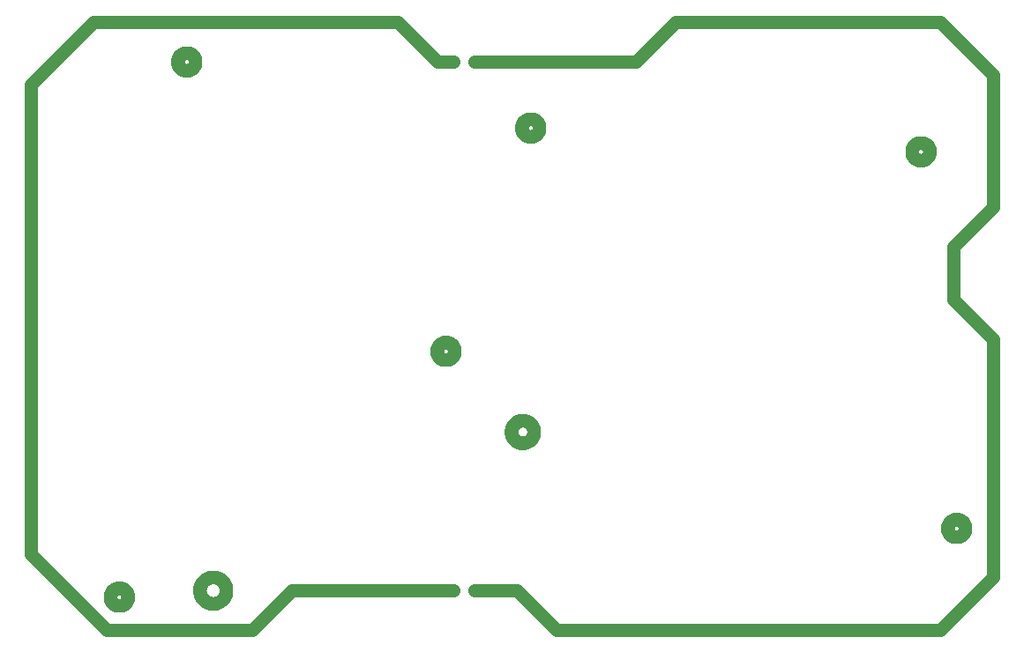
<source format=gbr>
G04 EAGLE Gerber RS-274X export*
G75*
%MOMM*%
%FSLAX34Y34*%
%LPD*%
%IN*%
%IPPOS*%
%AMOC8*
5,1,8,0,0,1.08239X$1,22.5*%
G01*
%ADD10C,1.250000*%
%ADD11C,1.270000*%


D10*
X165100Y50800D02*
X165104Y51112D01*
X165115Y51423D01*
X165134Y51734D01*
X165161Y52045D01*
X165196Y52355D01*
X165237Y52663D01*
X165287Y52971D01*
X165344Y53278D01*
X165409Y53583D01*
X165481Y53886D01*
X165560Y54187D01*
X165647Y54487D01*
X165741Y54784D01*
X165842Y55079D01*
X165951Y55371D01*
X166067Y55660D01*
X166190Y55947D01*
X166319Y56230D01*
X166456Y56510D01*
X166600Y56787D01*
X166750Y57060D01*
X166907Y57329D01*
X167070Y57594D01*
X167240Y57856D01*
X167417Y58113D01*
X167599Y58365D01*
X167788Y58613D01*
X167983Y58857D01*
X168183Y59095D01*
X168390Y59329D01*
X168602Y59557D01*
X168820Y59780D01*
X169043Y59998D01*
X169271Y60210D01*
X169505Y60417D01*
X169743Y60617D01*
X169987Y60812D01*
X170235Y61001D01*
X170487Y61183D01*
X170744Y61360D01*
X171006Y61530D01*
X171271Y61693D01*
X171540Y61850D01*
X171813Y62000D01*
X172090Y62144D01*
X172370Y62281D01*
X172653Y62410D01*
X172940Y62533D01*
X173229Y62649D01*
X173521Y62758D01*
X173816Y62859D01*
X174113Y62953D01*
X174413Y63040D01*
X174714Y63119D01*
X175017Y63191D01*
X175322Y63256D01*
X175629Y63313D01*
X175937Y63363D01*
X176245Y63404D01*
X176555Y63439D01*
X176866Y63466D01*
X177177Y63485D01*
X177488Y63496D01*
X177800Y63500D01*
X178112Y63496D01*
X178423Y63485D01*
X178734Y63466D01*
X179045Y63439D01*
X179355Y63404D01*
X179663Y63363D01*
X179971Y63313D01*
X180278Y63256D01*
X180583Y63191D01*
X180886Y63119D01*
X181187Y63040D01*
X181487Y62953D01*
X181784Y62859D01*
X182079Y62758D01*
X182371Y62649D01*
X182660Y62533D01*
X182947Y62410D01*
X183230Y62281D01*
X183510Y62144D01*
X183787Y62000D01*
X184060Y61850D01*
X184329Y61693D01*
X184594Y61530D01*
X184856Y61360D01*
X185113Y61183D01*
X185365Y61001D01*
X185613Y60812D01*
X185857Y60617D01*
X186095Y60417D01*
X186329Y60210D01*
X186557Y59998D01*
X186780Y59780D01*
X186998Y59557D01*
X187210Y59329D01*
X187417Y59095D01*
X187617Y58857D01*
X187812Y58613D01*
X188001Y58365D01*
X188183Y58113D01*
X188360Y57856D01*
X188530Y57594D01*
X188693Y57329D01*
X188850Y57060D01*
X189000Y56787D01*
X189144Y56510D01*
X189281Y56230D01*
X189410Y55947D01*
X189533Y55660D01*
X189649Y55371D01*
X189758Y55079D01*
X189859Y54784D01*
X189953Y54487D01*
X190040Y54187D01*
X190119Y53886D01*
X190191Y53583D01*
X190256Y53278D01*
X190313Y52971D01*
X190363Y52663D01*
X190404Y52355D01*
X190439Y52045D01*
X190466Y51734D01*
X190485Y51423D01*
X190496Y51112D01*
X190500Y50800D01*
X190496Y50488D01*
X190485Y50177D01*
X190466Y49866D01*
X190439Y49555D01*
X190404Y49245D01*
X190363Y48937D01*
X190313Y48629D01*
X190256Y48322D01*
X190191Y48017D01*
X190119Y47714D01*
X190040Y47413D01*
X189953Y47113D01*
X189859Y46816D01*
X189758Y46521D01*
X189649Y46229D01*
X189533Y45940D01*
X189410Y45653D01*
X189281Y45370D01*
X189144Y45090D01*
X189000Y44813D01*
X188850Y44540D01*
X188693Y44271D01*
X188530Y44006D01*
X188360Y43744D01*
X188183Y43487D01*
X188001Y43235D01*
X187812Y42987D01*
X187617Y42743D01*
X187417Y42505D01*
X187210Y42271D01*
X186998Y42043D01*
X186780Y41820D01*
X186557Y41602D01*
X186329Y41390D01*
X186095Y41183D01*
X185857Y40983D01*
X185613Y40788D01*
X185365Y40599D01*
X185113Y40417D01*
X184856Y40240D01*
X184594Y40070D01*
X184329Y39907D01*
X184060Y39750D01*
X183787Y39600D01*
X183510Y39456D01*
X183230Y39319D01*
X182947Y39190D01*
X182660Y39067D01*
X182371Y38951D01*
X182079Y38842D01*
X181784Y38741D01*
X181487Y38647D01*
X181187Y38560D01*
X180886Y38481D01*
X180583Y38409D01*
X180278Y38344D01*
X179971Y38287D01*
X179663Y38237D01*
X179355Y38196D01*
X179045Y38161D01*
X178734Y38134D01*
X178423Y38115D01*
X178112Y38104D01*
X177800Y38100D01*
X177488Y38104D01*
X177177Y38115D01*
X176866Y38134D01*
X176555Y38161D01*
X176245Y38196D01*
X175937Y38237D01*
X175629Y38287D01*
X175322Y38344D01*
X175017Y38409D01*
X174714Y38481D01*
X174413Y38560D01*
X174113Y38647D01*
X173816Y38741D01*
X173521Y38842D01*
X173229Y38951D01*
X172940Y39067D01*
X172653Y39190D01*
X172370Y39319D01*
X172090Y39456D01*
X171813Y39600D01*
X171540Y39750D01*
X171271Y39907D01*
X171006Y40070D01*
X170744Y40240D01*
X170487Y40417D01*
X170235Y40599D01*
X169987Y40788D01*
X169743Y40983D01*
X169505Y41183D01*
X169271Y41390D01*
X169043Y41602D01*
X168820Y41820D01*
X168602Y42043D01*
X168390Y42271D01*
X168183Y42505D01*
X167983Y42743D01*
X167788Y42987D01*
X167599Y43235D01*
X167417Y43487D01*
X167240Y43744D01*
X167070Y44006D01*
X166907Y44271D01*
X166750Y44540D01*
X166600Y44813D01*
X166456Y45090D01*
X166319Y45370D01*
X166190Y45653D01*
X166067Y45940D01*
X165951Y46229D01*
X165842Y46521D01*
X165741Y46816D01*
X165647Y47113D01*
X165560Y47413D01*
X165481Y47714D01*
X165409Y48017D01*
X165344Y48322D01*
X165287Y48629D01*
X165237Y48937D01*
X165196Y49245D01*
X165161Y49555D01*
X165134Y49866D01*
X165115Y50177D01*
X165104Y50488D01*
X165100Y50800D01*
X464129Y203200D02*
X464132Y203466D01*
X464142Y203732D01*
X464158Y203998D01*
X464181Y204264D01*
X464211Y204528D01*
X464246Y204792D01*
X464289Y205055D01*
X464337Y205317D01*
X464393Y205577D01*
X464454Y205837D01*
X464522Y206094D01*
X464596Y206350D01*
X464677Y206604D01*
X464763Y206856D01*
X464856Y207105D01*
X464955Y207352D01*
X465060Y207597D01*
X465171Y207839D01*
X465288Y208079D01*
X465410Y208315D01*
X465539Y208548D01*
X465673Y208779D01*
X465812Y209005D01*
X465958Y209228D01*
X466108Y209448D01*
X466264Y209664D01*
X466426Y209876D01*
X466592Y210084D01*
X466764Y210288D01*
X466940Y210487D01*
X467121Y210682D01*
X467307Y210873D01*
X467498Y211059D01*
X467693Y211240D01*
X467892Y211416D01*
X468096Y211588D01*
X468304Y211754D01*
X468516Y211916D01*
X468732Y212072D01*
X468952Y212222D01*
X469175Y212368D01*
X469401Y212507D01*
X469632Y212641D01*
X469865Y212770D01*
X470101Y212892D01*
X470341Y213009D01*
X470583Y213120D01*
X470828Y213225D01*
X471075Y213324D01*
X471324Y213417D01*
X471576Y213503D01*
X471830Y213584D01*
X472086Y213658D01*
X472343Y213726D01*
X472603Y213787D01*
X472863Y213843D01*
X473125Y213891D01*
X473388Y213934D01*
X473652Y213969D01*
X473916Y213999D01*
X474182Y214022D01*
X474448Y214038D01*
X474714Y214048D01*
X474980Y214051D01*
X475246Y214048D01*
X475512Y214038D01*
X475778Y214022D01*
X476044Y213999D01*
X476308Y213969D01*
X476572Y213934D01*
X476835Y213891D01*
X477097Y213843D01*
X477357Y213787D01*
X477617Y213726D01*
X477874Y213658D01*
X478130Y213584D01*
X478384Y213503D01*
X478636Y213417D01*
X478885Y213324D01*
X479132Y213225D01*
X479377Y213120D01*
X479619Y213009D01*
X479859Y212892D01*
X480095Y212770D01*
X480328Y212641D01*
X480559Y212507D01*
X480785Y212368D01*
X481008Y212222D01*
X481228Y212072D01*
X481444Y211916D01*
X481656Y211754D01*
X481864Y211588D01*
X482068Y211416D01*
X482267Y211240D01*
X482462Y211059D01*
X482653Y210873D01*
X482839Y210682D01*
X483020Y210487D01*
X483196Y210288D01*
X483368Y210084D01*
X483534Y209876D01*
X483696Y209664D01*
X483852Y209448D01*
X484002Y209228D01*
X484148Y209005D01*
X484287Y208779D01*
X484421Y208548D01*
X484550Y208315D01*
X484672Y208079D01*
X484789Y207839D01*
X484900Y207597D01*
X485005Y207352D01*
X485104Y207105D01*
X485197Y206856D01*
X485283Y206604D01*
X485364Y206350D01*
X485438Y206094D01*
X485506Y205837D01*
X485567Y205577D01*
X485623Y205317D01*
X485671Y205055D01*
X485714Y204792D01*
X485749Y204528D01*
X485779Y204264D01*
X485802Y203998D01*
X485818Y203732D01*
X485828Y203466D01*
X485831Y203200D01*
X485828Y202934D01*
X485818Y202668D01*
X485802Y202402D01*
X485779Y202136D01*
X485749Y201872D01*
X485714Y201608D01*
X485671Y201345D01*
X485623Y201083D01*
X485567Y200823D01*
X485506Y200563D01*
X485438Y200306D01*
X485364Y200050D01*
X485283Y199796D01*
X485197Y199544D01*
X485104Y199295D01*
X485005Y199048D01*
X484900Y198803D01*
X484789Y198561D01*
X484672Y198321D01*
X484550Y198085D01*
X484421Y197852D01*
X484287Y197621D01*
X484148Y197395D01*
X484002Y197172D01*
X483852Y196952D01*
X483696Y196736D01*
X483534Y196524D01*
X483368Y196316D01*
X483196Y196112D01*
X483020Y195913D01*
X482839Y195718D01*
X482653Y195527D01*
X482462Y195341D01*
X482267Y195160D01*
X482068Y194984D01*
X481864Y194812D01*
X481656Y194646D01*
X481444Y194484D01*
X481228Y194328D01*
X481008Y194178D01*
X480785Y194032D01*
X480559Y193893D01*
X480328Y193759D01*
X480095Y193630D01*
X479859Y193508D01*
X479619Y193391D01*
X479377Y193280D01*
X479132Y193175D01*
X478885Y193076D01*
X478636Y192983D01*
X478384Y192897D01*
X478130Y192816D01*
X477874Y192742D01*
X477617Y192674D01*
X477357Y192613D01*
X477097Y192557D01*
X476835Y192509D01*
X476572Y192466D01*
X476308Y192431D01*
X476044Y192401D01*
X475778Y192378D01*
X475512Y192362D01*
X475246Y192352D01*
X474980Y192349D01*
X474714Y192352D01*
X474448Y192362D01*
X474182Y192378D01*
X473916Y192401D01*
X473652Y192431D01*
X473388Y192466D01*
X473125Y192509D01*
X472863Y192557D01*
X472603Y192613D01*
X472343Y192674D01*
X472086Y192742D01*
X471830Y192816D01*
X471576Y192897D01*
X471324Y192983D01*
X471075Y193076D01*
X470828Y193175D01*
X470583Y193280D01*
X470341Y193391D01*
X470101Y193508D01*
X469865Y193630D01*
X469632Y193759D01*
X469401Y193893D01*
X469175Y194032D01*
X468952Y194178D01*
X468732Y194328D01*
X468516Y194484D01*
X468304Y194646D01*
X468096Y194812D01*
X467892Y194984D01*
X467693Y195160D01*
X467498Y195341D01*
X467307Y195527D01*
X467121Y195718D01*
X466940Y195913D01*
X466764Y196112D01*
X466592Y196316D01*
X466426Y196524D01*
X466264Y196736D01*
X466108Y196952D01*
X465958Y197172D01*
X465812Y197395D01*
X465673Y197621D01*
X465539Y197852D01*
X465410Y198085D01*
X465288Y198321D01*
X465171Y198561D01*
X465060Y198803D01*
X464955Y199048D01*
X464856Y199295D01*
X464763Y199544D01*
X464677Y199796D01*
X464596Y200050D01*
X464522Y200306D01*
X464454Y200563D01*
X464393Y200823D01*
X464337Y201083D01*
X464289Y201345D01*
X464246Y201608D01*
X464211Y201872D01*
X464181Y202136D01*
X464158Y202402D01*
X464142Y202668D01*
X464132Y202934D01*
X464129Y203200D01*
D11*
X143881Y558800D02*
X143884Y559009D01*
X143891Y559218D01*
X143904Y559427D01*
X143922Y559635D01*
X143945Y559843D01*
X143973Y560050D01*
X144006Y560256D01*
X144045Y560462D01*
X144088Y560667D01*
X144136Y560870D01*
X144190Y561072D01*
X144248Y561273D01*
X144311Y561472D01*
X144379Y561670D01*
X144452Y561866D01*
X144529Y562060D01*
X144612Y562252D01*
X144699Y562442D01*
X144791Y562630D01*
X144887Y562816D01*
X144988Y562999D01*
X145093Y563180D01*
X145203Y563358D01*
X145317Y563533D01*
X145435Y563705D01*
X145557Y563875D01*
X145684Y564041D01*
X145815Y564204D01*
X145949Y564364D01*
X146088Y564521D01*
X146230Y564674D01*
X146376Y564824D01*
X146526Y564970D01*
X146679Y565112D01*
X146836Y565251D01*
X146996Y565385D01*
X147159Y565516D01*
X147325Y565643D01*
X147495Y565765D01*
X147667Y565883D01*
X147842Y565997D01*
X148020Y566107D01*
X148201Y566212D01*
X148384Y566313D01*
X148570Y566409D01*
X148758Y566501D01*
X148948Y566588D01*
X149140Y566671D01*
X149334Y566748D01*
X149530Y566821D01*
X149728Y566889D01*
X149927Y566952D01*
X150128Y567010D01*
X150330Y567064D01*
X150533Y567112D01*
X150738Y567155D01*
X150944Y567194D01*
X151150Y567227D01*
X151357Y567255D01*
X151565Y567278D01*
X151773Y567296D01*
X151982Y567309D01*
X152191Y567316D01*
X152400Y567319D01*
X152609Y567316D01*
X152818Y567309D01*
X153027Y567296D01*
X153235Y567278D01*
X153443Y567255D01*
X153650Y567227D01*
X153856Y567194D01*
X154062Y567155D01*
X154267Y567112D01*
X154470Y567064D01*
X154672Y567010D01*
X154873Y566952D01*
X155072Y566889D01*
X155270Y566821D01*
X155466Y566748D01*
X155660Y566671D01*
X155852Y566588D01*
X156042Y566501D01*
X156230Y566409D01*
X156416Y566313D01*
X156599Y566212D01*
X156780Y566107D01*
X156958Y565997D01*
X157133Y565883D01*
X157305Y565765D01*
X157475Y565643D01*
X157641Y565516D01*
X157804Y565385D01*
X157964Y565251D01*
X158121Y565112D01*
X158274Y564970D01*
X158424Y564824D01*
X158570Y564674D01*
X158712Y564521D01*
X158851Y564364D01*
X158985Y564204D01*
X159116Y564041D01*
X159243Y563875D01*
X159365Y563705D01*
X159483Y563533D01*
X159597Y563358D01*
X159707Y563180D01*
X159812Y562999D01*
X159913Y562816D01*
X160009Y562630D01*
X160101Y562442D01*
X160188Y562252D01*
X160271Y562060D01*
X160348Y561866D01*
X160421Y561670D01*
X160489Y561472D01*
X160552Y561273D01*
X160610Y561072D01*
X160664Y560870D01*
X160712Y560667D01*
X160755Y560462D01*
X160794Y560256D01*
X160827Y560050D01*
X160855Y559843D01*
X160878Y559635D01*
X160896Y559427D01*
X160909Y559218D01*
X160916Y559009D01*
X160919Y558800D01*
X160916Y558591D01*
X160909Y558382D01*
X160896Y558173D01*
X160878Y557965D01*
X160855Y557757D01*
X160827Y557550D01*
X160794Y557344D01*
X160755Y557138D01*
X160712Y556933D01*
X160664Y556730D01*
X160610Y556528D01*
X160552Y556327D01*
X160489Y556128D01*
X160421Y555930D01*
X160348Y555734D01*
X160271Y555540D01*
X160188Y555348D01*
X160101Y555158D01*
X160009Y554970D01*
X159913Y554784D01*
X159812Y554601D01*
X159707Y554420D01*
X159597Y554242D01*
X159483Y554067D01*
X159365Y553895D01*
X159243Y553725D01*
X159116Y553559D01*
X158985Y553396D01*
X158851Y553236D01*
X158712Y553079D01*
X158570Y552926D01*
X158424Y552776D01*
X158274Y552630D01*
X158121Y552488D01*
X157964Y552349D01*
X157804Y552215D01*
X157641Y552084D01*
X157475Y551957D01*
X157305Y551835D01*
X157133Y551717D01*
X156958Y551603D01*
X156780Y551493D01*
X156599Y551388D01*
X156416Y551287D01*
X156230Y551191D01*
X156042Y551099D01*
X155852Y551012D01*
X155660Y550929D01*
X155466Y550852D01*
X155270Y550779D01*
X155072Y550711D01*
X154873Y550648D01*
X154672Y550590D01*
X154470Y550536D01*
X154267Y550488D01*
X154062Y550445D01*
X153856Y550406D01*
X153650Y550373D01*
X153443Y550345D01*
X153235Y550322D01*
X153027Y550304D01*
X152818Y550291D01*
X152609Y550284D01*
X152400Y550281D01*
X152191Y550284D01*
X151982Y550291D01*
X151773Y550304D01*
X151565Y550322D01*
X151357Y550345D01*
X151150Y550373D01*
X150944Y550406D01*
X150738Y550445D01*
X150533Y550488D01*
X150330Y550536D01*
X150128Y550590D01*
X149927Y550648D01*
X149728Y550711D01*
X149530Y550779D01*
X149334Y550852D01*
X149140Y550929D01*
X148948Y551012D01*
X148758Y551099D01*
X148570Y551191D01*
X148384Y551287D01*
X148201Y551388D01*
X148020Y551493D01*
X147842Y551603D01*
X147667Y551717D01*
X147495Y551835D01*
X147325Y551957D01*
X147159Y552084D01*
X146996Y552215D01*
X146836Y552349D01*
X146679Y552488D01*
X146526Y552630D01*
X146376Y552776D01*
X146230Y552926D01*
X146088Y553079D01*
X145949Y553236D01*
X145815Y553396D01*
X145684Y553559D01*
X145557Y553725D01*
X145435Y553895D01*
X145317Y554067D01*
X145203Y554242D01*
X145093Y554420D01*
X144988Y554601D01*
X144887Y554784D01*
X144791Y554970D01*
X144699Y555158D01*
X144612Y555348D01*
X144529Y555540D01*
X144452Y555734D01*
X144379Y555930D01*
X144311Y556128D01*
X144248Y556327D01*
X144190Y556528D01*
X144136Y556730D01*
X144088Y556933D01*
X144045Y557138D01*
X144006Y557344D01*
X143973Y557550D01*
X143945Y557757D01*
X143922Y557965D01*
X143904Y558173D01*
X143891Y558382D01*
X143884Y558591D01*
X143881Y558800D01*
X474081Y495300D02*
X474084Y495509D01*
X474091Y495718D01*
X474104Y495927D01*
X474122Y496135D01*
X474145Y496343D01*
X474173Y496550D01*
X474206Y496756D01*
X474245Y496962D01*
X474288Y497167D01*
X474336Y497370D01*
X474390Y497572D01*
X474448Y497773D01*
X474511Y497972D01*
X474579Y498170D01*
X474652Y498366D01*
X474729Y498560D01*
X474812Y498752D01*
X474899Y498942D01*
X474991Y499130D01*
X475087Y499316D01*
X475188Y499499D01*
X475293Y499680D01*
X475403Y499858D01*
X475517Y500033D01*
X475635Y500205D01*
X475757Y500375D01*
X475884Y500541D01*
X476015Y500704D01*
X476149Y500864D01*
X476288Y501021D01*
X476430Y501174D01*
X476576Y501324D01*
X476726Y501470D01*
X476879Y501612D01*
X477036Y501751D01*
X477196Y501885D01*
X477359Y502016D01*
X477525Y502143D01*
X477695Y502265D01*
X477867Y502383D01*
X478042Y502497D01*
X478220Y502607D01*
X478401Y502712D01*
X478584Y502813D01*
X478770Y502909D01*
X478958Y503001D01*
X479148Y503088D01*
X479340Y503171D01*
X479534Y503248D01*
X479730Y503321D01*
X479928Y503389D01*
X480127Y503452D01*
X480328Y503510D01*
X480530Y503564D01*
X480733Y503612D01*
X480938Y503655D01*
X481144Y503694D01*
X481350Y503727D01*
X481557Y503755D01*
X481765Y503778D01*
X481973Y503796D01*
X482182Y503809D01*
X482391Y503816D01*
X482600Y503819D01*
X482809Y503816D01*
X483018Y503809D01*
X483227Y503796D01*
X483435Y503778D01*
X483643Y503755D01*
X483850Y503727D01*
X484056Y503694D01*
X484262Y503655D01*
X484467Y503612D01*
X484670Y503564D01*
X484872Y503510D01*
X485073Y503452D01*
X485272Y503389D01*
X485470Y503321D01*
X485666Y503248D01*
X485860Y503171D01*
X486052Y503088D01*
X486242Y503001D01*
X486430Y502909D01*
X486616Y502813D01*
X486799Y502712D01*
X486980Y502607D01*
X487158Y502497D01*
X487333Y502383D01*
X487505Y502265D01*
X487675Y502143D01*
X487841Y502016D01*
X488004Y501885D01*
X488164Y501751D01*
X488321Y501612D01*
X488474Y501470D01*
X488624Y501324D01*
X488770Y501174D01*
X488912Y501021D01*
X489051Y500864D01*
X489185Y500704D01*
X489316Y500541D01*
X489443Y500375D01*
X489565Y500205D01*
X489683Y500033D01*
X489797Y499858D01*
X489907Y499680D01*
X490012Y499499D01*
X490113Y499316D01*
X490209Y499130D01*
X490301Y498942D01*
X490388Y498752D01*
X490471Y498560D01*
X490548Y498366D01*
X490621Y498170D01*
X490689Y497972D01*
X490752Y497773D01*
X490810Y497572D01*
X490864Y497370D01*
X490912Y497167D01*
X490955Y496962D01*
X490994Y496756D01*
X491027Y496550D01*
X491055Y496343D01*
X491078Y496135D01*
X491096Y495927D01*
X491109Y495718D01*
X491116Y495509D01*
X491119Y495300D01*
X491116Y495091D01*
X491109Y494882D01*
X491096Y494673D01*
X491078Y494465D01*
X491055Y494257D01*
X491027Y494050D01*
X490994Y493844D01*
X490955Y493638D01*
X490912Y493433D01*
X490864Y493230D01*
X490810Y493028D01*
X490752Y492827D01*
X490689Y492628D01*
X490621Y492430D01*
X490548Y492234D01*
X490471Y492040D01*
X490388Y491848D01*
X490301Y491658D01*
X490209Y491470D01*
X490113Y491284D01*
X490012Y491101D01*
X489907Y490920D01*
X489797Y490742D01*
X489683Y490567D01*
X489565Y490395D01*
X489443Y490225D01*
X489316Y490059D01*
X489185Y489896D01*
X489051Y489736D01*
X488912Y489579D01*
X488770Y489426D01*
X488624Y489276D01*
X488474Y489130D01*
X488321Y488988D01*
X488164Y488849D01*
X488004Y488715D01*
X487841Y488584D01*
X487675Y488457D01*
X487505Y488335D01*
X487333Y488217D01*
X487158Y488103D01*
X486980Y487993D01*
X486799Y487888D01*
X486616Y487787D01*
X486430Y487691D01*
X486242Y487599D01*
X486052Y487512D01*
X485860Y487429D01*
X485666Y487352D01*
X485470Y487279D01*
X485272Y487211D01*
X485073Y487148D01*
X484872Y487090D01*
X484670Y487036D01*
X484467Y486988D01*
X484262Y486945D01*
X484056Y486906D01*
X483850Y486873D01*
X483643Y486845D01*
X483435Y486822D01*
X483227Y486804D01*
X483018Y486791D01*
X482809Y486784D01*
X482600Y486781D01*
X482391Y486784D01*
X482182Y486791D01*
X481973Y486804D01*
X481765Y486822D01*
X481557Y486845D01*
X481350Y486873D01*
X481144Y486906D01*
X480938Y486945D01*
X480733Y486988D01*
X480530Y487036D01*
X480328Y487090D01*
X480127Y487148D01*
X479928Y487211D01*
X479730Y487279D01*
X479534Y487352D01*
X479340Y487429D01*
X479148Y487512D01*
X478958Y487599D01*
X478770Y487691D01*
X478584Y487787D01*
X478401Y487888D01*
X478220Y487993D01*
X478042Y488103D01*
X477867Y488217D01*
X477695Y488335D01*
X477525Y488457D01*
X477359Y488584D01*
X477196Y488715D01*
X477036Y488849D01*
X476879Y488988D01*
X476726Y489130D01*
X476576Y489276D01*
X476430Y489426D01*
X476288Y489579D01*
X476149Y489736D01*
X476015Y489896D01*
X475884Y490059D01*
X475757Y490225D01*
X475635Y490395D01*
X475517Y490567D01*
X475403Y490742D01*
X475293Y490920D01*
X475188Y491101D01*
X475087Y491284D01*
X474991Y491470D01*
X474899Y491658D01*
X474812Y491848D01*
X474729Y492040D01*
X474652Y492234D01*
X474579Y492430D01*
X474511Y492628D01*
X474448Y492827D01*
X474390Y493028D01*
X474336Y493230D01*
X474288Y493433D01*
X474245Y493638D01*
X474206Y493844D01*
X474173Y494050D01*
X474145Y494257D01*
X474122Y494465D01*
X474104Y494673D01*
X474091Y494882D01*
X474084Y495091D01*
X474081Y495300D01*
X848731Y472440D02*
X848734Y472649D01*
X848741Y472858D01*
X848754Y473067D01*
X848772Y473275D01*
X848795Y473483D01*
X848823Y473690D01*
X848856Y473896D01*
X848895Y474102D01*
X848938Y474307D01*
X848986Y474510D01*
X849040Y474712D01*
X849098Y474913D01*
X849161Y475112D01*
X849229Y475310D01*
X849302Y475506D01*
X849379Y475700D01*
X849462Y475892D01*
X849549Y476082D01*
X849641Y476270D01*
X849737Y476456D01*
X849838Y476639D01*
X849943Y476820D01*
X850053Y476998D01*
X850167Y477173D01*
X850285Y477345D01*
X850407Y477515D01*
X850534Y477681D01*
X850665Y477844D01*
X850799Y478004D01*
X850938Y478161D01*
X851080Y478314D01*
X851226Y478464D01*
X851376Y478610D01*
X851529Y478752D01*
X851686Y478891D01*
X851846Y479025D01*
X852009Y479156D01*
X852175Y479283D01*
X852345Y479405D01*
X852517Y479523D01*
X852692Y479637D01*
X852870Y479747D01*
X853051Y479852D01*
X853234Y479953D01*
X853420Y480049D01*
X853608Y480141D01*
X853798Y480228D01*
X853990Y480311D01*
X854184Y480388D01*
X854380Y480461D01*
X854578Y480529D01*
X854777Y480592D01*
X854978Y480650D01*
X855180Y480704D01*
X855383Y480752D01*
X855588Y480795D01*
X855794Y480834D01*
X856000Y480867D01*
X856207Y480895D01*
X856415Y480918D01*
X856623Y480936D01*
X856832Y480949D01*
X857041Y480956D01*
X857250Y480959D01*
X857459Y480956D01*
X857668Y480949D01*
X857877Y480936D01*
X858085Y480918D01*
X858293Y480895D01*
X858500Y480867D01*
X858706Y480834D01*
X858912Y480795D01*
X859117Y480752D01*
X859320Y480704D01*
X859522Y480650D01*
X859723Y480592D01*
X859922Y480529D01*
X860120Y480461D01*
X860316Y480388D01*
X860510Y480311D01*
X860702Y480228D01*
X860892Y480141D01*
X861080Y480049D01*
X861266Y479953D01*
X861449Y479852D01*
X861630Y479747D01*
X861808Y479637D01*
X861983Y479523D01*
X862155Y479405D01*
X862325Y479283D01*
X862491Y479156D01*
X862654Y479025D01*
X862814Y478891D01*
X862971Y478752D01*
X863124Y478610D01*
X863274Y478464D01*
X863420Y478314D01*
X863562Y478161D01*
X863701Y478004D01*
X863835Y477844D01*
X863966Y477681D01*
X864093Y477515D01*
X864215Y477345D01*
X864333Y477173D01*
X864447Y476998D01*
X864557Y476820D01*
X864662Y476639D01*
X864763Y476456D01*
X864859Y476270D01*
X864951Y476082D01*
X865038Y475892D01*
X865121Y475700D01*
X865198Y475506D01*
X865271Y475310D01*
X865339Y475112D01*
X865402Y474913D01*
X865460Y474712D01*
X865514Y474510D01*
X865562Y474307D01*
X865605Y474102D01*
X865644Y473896D01*
X865677Y473690D01*
X865705Y473483D01*
X865728Y473275D01*
X865746Y473067D01*
X865759Y472858D01*
X865766Y472649D01*
X865769Y472440D01*
X865766Y472231D01*
X865759Y472022D01*
X865746Y471813D01*
X865728Y471605D01*
X865705Y471397D01*
X865677Y471190D01*
X865644Y470984D01*
X865605Y470778D01*
X865562Y470573D01*
X865514Y470370D01*
X865460Y470168D01*
X865402Y469967D01*
X865339Y469768D01*
X865271Y469570D01*
X865198Y469374D01*
X865121Y469180D01*
X865038Y468988D01*
X864951Y468798D01*
X864859Y468610D01*
X864763Y468424D01*
X864662Y468241D01*
X864557Y468060D01*
X864447Y467882D01*
X864333Y467707D01*
X864215Y467535D01*
X864093Y467365D01*
X863966Y467199D01*
X863835Y467036D01*
X863701Y466876D01*
X863562Y466719D01*
X863420Y466566D01*
X863274Y466416D01*
X863124Y466270D01*
X862971Y466128D01*
X862814Y465989D01*
X862654Y465855D01*
X862491Y465724D01*
X862325Y465597D01*
X862155Y465475D01*
X861983Y465357D01*
X861808Y465243D01*
X861630Y465133D01*
X861449Y465028D01*
X861266Y464927D01*
X861080Y464831D01*
X860892Y464739D01*
X860702Y464652D01*
X860510Y464569D01*
X860316Y464492D01*
X860120Y464419D01*
X859922Y464351D01*
X859723Y464288D01*
X859522Y464230D01*
X859320Y464176D01*
X859117Y464128D01*
X858912Y464085D01*
X858706Y464046D01*
X858500Y464013D01*
X858293Y463985D01*
X858085Y463962D01*
X857877Y463944D01*
X857668Y463931D01*
X857459Y463924D01*
X857250Y463921D01*
X857041Y463924D01*
X856832Y463931D01*
X856623Y463944D01*
X856415Y463962D01*
X856207Y463985D01*
X856000Y464013D01*
X855794Y464046D01*
X855588Y464085D01*
X855383Y464128D01*
X855180Y464176D01*
X854978Y464230D01*
X854777Y464288D01*
X854578Y464351D01*
X854380Y464419D01*
X854184Y464492D01*
X853990Y464569D01*
X853798Y464652D01*
X853608Y464739D01*
X853420Y464831D01*
X853234Y464927D01*
X853051Y465028D01*
X852870Y465133D01*
X852692Y465243D01*
X852517Y465357D01*
X852345Y465475D01*
X852175Y465597D01*
X852009Y465724D01*
X851846Y465855D01*
X851686Y465989D01*
X851529Y466128D01*
X851376Y466270D01*
X851226Y466416D01*
X851080Y466566D01*
X850938Y466719D01*
X850799Y466876D01*
X850665Y467036D01*
X850534Y467199D01*
X850407Y467365D01*
X850285Y467535D01*
X850167Y467707D01*
X850053Y467882D01*
X849943Y468060D01*
X849838Y468241D01*
X849737Y468424D01*
X849641Y468610D01*
X849549Y468798D01*
X849462Y468988D01*
X849379Y469180D01*
X849302Y469374D01*
X849229Y469570D01*
X849161Y469768D01*
X849098Y469967D01*
X849040Y470168D01*
X848986Y470370D01*
X848938Y470573D01*
X848895Y470778D01*
X848856Y470984D01*
X848823Y471190D01*
X848795Y471397D01*
X848772Y471605D01*
X848754Y471813D01*
X848741Y472022D01*
X848734Y472231D01*
X848731Y472440D01*
X392801Y280670D02*
X392804Y280879D01*
X392811Y281088D01*
X392824Y281297D01*
X392842Y281505D01*
X392865Y281713D01*
X392893Y281920D01*
X392926Y282126D01*
X392965Y282332D01*
X393008Y282537D01*
X393056Y282740D01*
X393110Y282942D01*
X393168Y283143D01*
X393231Y283342D01*
X393299Y283540D01*
X393372Y283736D01*
X393449Y283930D01*
X393532Y284122D01*
X393619Y284312D01*
X393711Y284500D01*
X393807Y284686D01*
X393908Y284869D01*
X394013Y285050D01*
X394123Y285228D01*
X394237Y285403D01*
X394355Y285575D01*
X394477Y285745D01*
X394604Y285911D01*
X394735Y286074D01*
X394869Y286234D01*
X395008Y286391D01*
X395150Y286544D01*
X395296Y286694D01*
X395446Y286840D01*
X395599Y286982D01*
X395756Y287121D01*
X395916Y287255D01*
X396079Y287386D01*
X396245Y287513D01*
X396415Y287635D01*
X396587Y287753D01*
X396762Y287867D01*
X396940Y287977D01*
X397121Y288082D01*
X397304Y288183D01*
X397490Y288279D01*
X397678Y288371D01*
X397868Y288458D01*
X398060Y288541D01*
X398254Y288618D01*
X398450Y288691D01*
X398648Y288759D01*
X398847Y288822D01*
X399048Y288880D01*
X399250Y288934D01*
X399453Y288982D01*
X399658Y289025D01*
X399864Y289064D01*
X400070Y289097D01*
X400277Y289125D01*
X400485Y289148D01*
X400693Y289166D01*
X400902Y289179D01*
X401111Y289186D01*
X401320Y289189D01*
X401529Y289186D01*
X401738Y289179D01*
X401947Y289166D01*
X402155Y289148D01*
X402363Y289125D01*
X402570Y289097D01*
X402776Y289064D01*
X402982Y289025D01*
X403187Y288982D01*
X403390Y288934D01*
X403592Y288880D01*
X403793Y288822D01*
X403992Y288759D01*
X404190Y288691D01*
X404386Y288618D01*
X404580Y288541D01*
X404772Y288458D01*
X404962Y288371D01*
X405150Y288279D01*
X405336Y288183D01*
X405519Y288082D01*
X405700Y287977D01*
X405878Y287867D01*
X406053Y287753D01*
X406225Y287635D01*
X406395Y287513D01*
X406561Y287386D01*
X406724Y287255D01*
X406884Y287121D01*
X407041Y286982D01*
X407194Y286840D01*
X407344Y286694D01*
X407490Y286544D01*
X407632Y286391D01*
X407771Y286234D01*
X407905Y286074D01*
X408036Y285911D01*
X408163Y285745D01*
X408285Y285575D01*
X408403Y285403D01*
X408517Y285228D01*
X408627Y285050D01*
X408732Y284869D01*
X408833Y284686D01*
X408929Y284500D01*
X409021Y284312D01*
X409108Y284122D01*
X409191Y283930D01*
X409268Y283736D01*
X409341Y283540D01*
X409409Y283342D01*
X409472Y283143D01*
X409530Y282942D01*
X409584Y282740D01*
X409632Y282537D01*
X409675Y282332D01*
X409714Y282126D01*
X409747Y281920D01*
X409775Y281713D01*
X409798Y281505D01*
X409816Y281297D01*
X409829Y281088D01*
X409836Y280879D01*
X409839Y280670D01*
X409836Y280461D01*
X409829Y280252D01*
X409816Y280043D01*
X409798Y279835D01*
X409775Y279627D01*
X409747Y279420D01*
X409714Y279214D01*
X409675Y279008D01*
X409632Y278803D01*
X409584Y278600D01*
X409530Y278398D01*
X409472Y278197D01*
X409409Y277998D01*
X409341Y277800D01*
X409268Y277604D01*
X409191Y277410D01*
X409108Y277218D01*
X409021Y277028D01*
X408929Y276840D01*
X408833Y276654D01*
X408732Y276471D01*
X408627Y276290D01*
X408517Y276112D01*
X408403Y275937D01*
X408285Y275765D01*
X408163Y275595D01*
X408036Y275429D01*
X407905Y275266D01*
X407771Y275106D01*
X407632Y274949D01*
X407490Y274796D01*
X407344Y274646D01*
X407194Y274500D01*
X407041Y274358D01*
X406884Y274219D01*
X406724Y274085D01*
X406561Y273954D01*
X406395Y273827D01*
X406225Y273705D01*
X406053Y273587D01*
X405878Y273473D01*
X405700Y273363D01*
X405519Y273258D01*
X405336Y273157D01*
X405150Y273061D01*
X404962Y272969D01*
X404772Y272882D01*
X404580Y272799D01*
X404386Y272722D01*
X404190Y272649D01*
X403992Y272581D01*
X403793Y272518D01*
X403592Y272460D01*
X403390Y272406D01*
X403187Y272358D01*
X402982Y272315D01*
X402776Y272276D01*
X402570Y272243D01*
X402363Y272215D01*
X402155Y272192D01*
X401947Y272174D01*
X401738Y272161D01*
X401529Y272154D01*
X401320Y272151D01*
X401111Y272154D01*
X400902Y272161D01*
X400693Y272174D01*
X400485Y272192D01*
X400277Y272215D01*
X400070Y272243D01*
X399864Y272276D01*
X399658Y272315D01*
X399453Y272358D01*
X399250Y272406D01*
X399048Y272460D01*
X398847Y272518D01*
X398648Y272581D01*
X398450Y272649D01*
X398254Y272722D01*
X398060Y272799D01*
X397868Y272882D01*
X397678Y272969D01*
X397490Y273061D01*
X397304Y273157D01*
X397121Y273258D01*
X396940Y273363D01*
X396762Y273473D01*
X396587Y273587D01*
X396415Y273705D01*
X396245Y273827D01*
X396079Y273954D01*
X395916Y274085D01*
X395756Y274219D01*
X395599Y274358D01*
X395446Y274500D01*
X395296Y274646D01*
X395150Y274796D01*
X395008Y274949D01*
X394869Y275106D01*
X394735Y275266D01*
X394604Y275429D01*
X394477Y275595D01*
X394355Y275765D01*
X394237Y275937D01*
X394123Y276112D01*
X394013Y276290D01*
X393908Y276471D01*
X393807Y276654D01*
X393711Y276840D01*
X393619Y277028D01*
X393532Y277218D01*
X393449Y277410D01*
X393372Y277604D01*
X393299Y277800D01*
X393231Y277998D01*
X393168Y278197D01*
X393110Y278398D01*
X393056Y278600D01*
X393008Y278803D01*
X392965Y279008D01*
X392926Y279214D01*
X392893Y279420D01*
X392865Y279627D01*
X392842Y279835D01*
X392824Y280043D01*
X392811Y280252D01*
X392804Y280461D01*
X392801Y280670D01*
X79111Y44450D02*
X79114Y44659D01*
X79121Y44868D01*
X79134Y45077D01*
X79152Y45285D01*
X79175Y45493D01*
X79203Y45700D01*
X79236Y45906D01*
X79275Y46112D01*
X79318Y46317D01*
X79366Y46520D01*
X79420Y46722D01*
X79478Y46923D01*
X79541Y47122D01*
X79609Y47320D01*
X79682Y47516D01*
X79759Y47710D01*
X79842Y47902D01*
X79929Y48092D01*
X80021Y48280D01*
X80117Y48466D01*
X80218Y48649D01*
X80323Y48830D01*
X80433Y49008D01*
X80547Y49183D01*
X80665Y49355D01*
X80787Y49525D01*
X80914Y49691D01*
X81045Y49854D01*
X81179Y50014D01*
X81318Y50171D01*
X81460Y50324D01*
X81606Y50474D01*
X81756Y50620D01*
X81909Y50762D01*
X82066Y50901D01*
X82226Y51035D01*
X82389Y51166D01*
X82555Y51293D01*
X82725Y51415D01*
X82897Y51533D01*
X83072Y51647D01*
X83250Y51757D01*
X83431Y51862D01*
X83614Y51963D01*
X83800Y52059D01*
X83988Y52151D01*
X84178Y52238D01*
X84370Y52321D01*
X84564Y52398D01*
X84760Y52471D01*
X84958Y52539D01*
X85157Y52602D01*
X85358Y52660D01*
X85560Y52714D01*
X85763Y52762D01*
X85968Y52805D01*
X86174Y52844D01*
X86380Y52877D01*
X86587Y52905D01*
X86795Y52928D01*
X87003Y52946D01*
X87212Y52959D01*
X87421Y52966D01*
X87630Y52969D01*
X87839Y52966D01*
X88048Y52959D01*
X88257Y52946D01*
X88465Y52928D01*
X88673Y52905D01*
X88880Y52877D01*
X89086Y52844D01*
X89292Y52805D01*
X89497Y52762D01*
X89700Y52714D01*
X89902Y52660D01*
X90103Y52602D01*
X90302Y52539D01*
X90500Y52471D01*
X90696Y52398D01*
X90890Y52321D01*
X91082Y52238D01*
X91272Y52151D01*
X91460Y52059D01*
X91646Y51963D01*
X91829Y51862D01*
X92010Y51757D01*
X92188Y51647D01*
X92363Y51533D01*
X92535Y51415D01*
X92705Y51293D01*
X92871Y51166D01*
X93034Y51035D01*
X93194Y50901D01*
X93351Y50762D01*
X93504Y50620D01*
X93654Y50474D01*
X93800Y50324D01*
X93942Y50171D01*
X94081Y50014D01*
X94215Y49854D01*
X94346Y49691D01*
X94473Y49525D01*
X94595Y49355D01*
X94713Y49183D01*
X94827Y49008D01*
X94937Y48830D01*
X95042Y48649D01*
X95143Y48466D01*
X95239Y48280D01*
X95331Y48092D01*
X95418Y47902D01*
X95501Y47710D01*
X95578Y47516D01*
X95651Y47320D01*
X95719Y47122D01*
X95782Y46923D01*
X95840Y46722D01*
X95894Y46520D01*
X95942Y46317D01*
X95985Y46112D01*
X96024Y45906D01*
X96057Y45700D01*
X96085Y45493D01*
X96108Y45285D01*
X96126Y45077D01*
X96139Y44868D01*
X96146Y44659D01*
X96149Y44450D01*
X96146Y44241D01*
X96139Y44032D01*
X96126Y43823D01*
X96108Y43615D01*
X96085Y43407D01*
X96057Y43200D01*
X96024Y42994D01*
X95985Y42788D01*
X95942Y42583D01*
X95894Y42380D01*
X95840Y42178D01*
X95782Y41977D01*
X95719Y41778D01*
X95651Y41580D01*
X95578Y41384D01*
X95501Y41190D01*
X95418Y40998D01*
X95331Y40808D01*
X95239Y40620D01*
X95143Y40434D01*
X95042Y40251D01*
X94937Y40070D01*
X94827Y39892D01*
X94713Y39717D01*
X94595Y39545D01*
X94473Y39375D01*
X94346Y39209D01*
X94215Y39046D01*
X94081Y38886D01*
X93942Y38729D01*
X93800Y38576D01*
X93654Y38426D01*
X93504Y38280D01*
X93351Y38138D01*
X93194Y37999D01*
X93034Y37865D01*
X92871Y37734D01*
X92705Y37607D01*
X92535Y37485D01*
X92363Y37367D01*
X92188Y37253D01*
X92010Y37143D01*
X91829Y37038D01*
X91646Y36937D01*
X91460Y36841D01*
X91272Y36749D01*
X91082Y36662D01*
X90890Y36579D01*
X90696Y36502D01*
X90500Y36429D01*
X90302Y36361D01*
X90103Y36298D01*
X89902Y36240D01*
X89700Y36186D01*
X89497Y36138D01*
X89292Y36095D01*
X89086Y36056D01*
X88880Y36023D01*
X88673Y35995D01*
X88465Y35972D01*
X88257Y35954D01*
X88048Y35941D01*
X87839Y35934D01*
X87630Y35931D01*
X87421Y35934D01*
X87212Y35941D01*
X87003Y35954D01*
X86795Y35972D01*
X86587Y35995D01*
X86380Y36023D01*
X86174Y36056D01*
X85968Y36095D01*
X85763Y36138D01*
X85560Y36186D01*
X85358Y36240D01*
X85157Y36298D01*
X84958Y36361D01*
X84760Y36429D01*
X84564Y36502D01*
X84370Y36579D01*
X84178Y36662D01*
X83988Y36749D01*
X83800Y36841D01*
X83614Y36937D01*
X83431Y37038D01*
X83250Y37143D01*
X83072Y37253D01*
X82897Y37367D01*
X82725Y37485D01*
X82555Y37607D01*
X82389Y37734D01*
X82226Y37865D01*
X82066Y37999D01*
X81909Y38138D01*
X81756Y38280D01*
X81606Y38426D01*
X81460Y38576D01*
X81318Y38729D01*
X81179Y38886D01*
X81045Y39046D01*
X80914Y39209D01*
X80787Y39375D01*
X80665Y39545D01*
X80547Y39717D01*
X80433Y39892D01*
X80323Y40070D01*
X80218Y40251D01*
X80117Y40434D01*
X80021Y40620D01*
X79929Y40808D01*
X79842Y40998D01*
X79759Y41190D01*
X79682Y41384D01*
X79609Y41580D01*
X79541Y41778D01*
X79478Y41977D01*
X79420Y42178D01*
X79366Y42380D01*
X79318Y42583D01*
X79275Y42788D01*
X79236Y42994D01*
X79203Y43200D01*
X79175Y43407D01*
X79152Y43615D01*
X79134Y43823D01*
X79121Y44032D01*
X79114Y44241D01*
X79111Y44450D01*
X883021Y110490D02*
X883024Y110699D01*
X883031Y110908D01*
X883044Y111117D01*
X883062Y111325D01*
X883085Y111533D01*
X883113Y111740D01*
X883146Y111946D01*
X883185Y112152D01*
X883228Y112357D01*
X883276Y112560D01*
X883330Y112762D01*
X883388Y112963D01*
X883451Y113162D01*
X883519Y113360D01*
X883592Y113556D01*
X883669Y113750D01*
X883752Y113942D01*
X883839Y114132D01*
X883931Y114320D01*
X884027Y114506D01*
X884128Y114689D01*
X884233Y114870D01*
X884343Y115048D01*
X884457Y115223D01*
X884575Y115395D01*
X884697Y115565D01*
X884824Y115731D01*
X884955Y115894D01*
X885089Y116054D01*
X885228Y116211D01*
X885370Y116364D01*
X885516Y116514D01*
X885666Y116660D01*
X885819Y116802D01*
X885976Y116941D01*
X886136Y117075D01*
X886299Y117206D01*
X886465Y117333D01*
X886635Y117455D01*
X886807Y117573D01*
X886982Y117687D01*
X887160Y117797D01*
X887341Y117902D01*
X887524Y118003D01*
X887710Y118099D01*
X887898Y118191D01*
X888088Y118278D01*
X888280Y118361D01*
X888474Y118438D01*
X888670Y118511D01*
X888868Y118579D01*
X889067Y118642D01*
X889268Y118700D01*
X889470Y118754D01*
X889673Y118802D01*
X889878Y118845D01*
X890084Y118884D01*
X890290Y118917D01*
X890497Y118945D01*
X890705Y118968D01*
X890913Y118986D01*
X891122Y118999D01*
X891331Y119006D01*
X891540Y119009D01*
X891749Y119006D01*
X891958Y118999D01*
X892167Y118986D01*
X892375Y118968D01*
X892583Y118945D01*
X892790Y118917D01*
X892996Y118884D01*
X893202Y118845D01*
X893407Y118802D01*
X893610Y118754D01*
X893812Y118700D01*
X894013Y118642D01*
X894212Y118579D01*
X894410Y118511D01*
X894606Y118438D01*
X894800Y118361D01*
X894992Y118278D01*
X895182Y118191D01*
X895370Y118099D01*
X895556Y118003D01*
X895739Y117902D01*
X895920Y117797D01*
X896098Y117687D01*
X896273Y117573D01*
X896445Y117455D01*
X896615Y117333D01*
X896781Y117206D01*
X896944Y117075D01*
X897104Y116941D01*
X897261Y116802D01*
X897414Y116660D01*
X897564Y116514D01*
X897710Y116364D01*
X897852Y116211D01*
X897991Y116054D01*
X898125Y115894D01*
X898256Y115731D01*
X898383Y115565D01*
X898505Y115395D01*
X898623Y115223D01*
X898737Y115048D01*
X898847Y114870D01*
X898952Y114689D01*
X899053Y114506D01*
X899149Y114320D01*
X899241Y114132D01*
X899328Y113942D01*
X899411Y113750D01*
X899488Y113556D01*
X899561Y113360D01*
X899629Y113162D01*
X899692Y112963D01*
X899750Y112762D01*
X899804Y112560D01*
X899852Y112357D01*
X899895Y112152D01*
X899934Y111946D01*
X899967Y111740D01*
X899995Y111533D01*
X900018Y111325D01*
X900036Y111117D01*
X900049Y110908D01*
X900056Y110699D01*
X900059Y110490D01*
X900056Y110281D01*
X900049Y110072D01*
X900036Y109863D01*
X900018Y109655D01*
X899995Y109447D01*
X899967Y109240D01*
X899934Y109034D01*
X899895Y108828D01*
X899852Y108623D01*
X899804Y108420D01*
X899750Y108218D01*
X899692Y108017D01*
X899629Y107818D01*
X899561Y107620D01*
X899488Y107424D01*
X899411Y107230D01*
X899328Y107038D01*
X899241Y106848D01*
X899149Y106660D01*
X899053Y106474D01*
X898952Y106291D01*
X898847Y106110D01*
X898737Y105932D01*
X898623Y105757D01*
X898505Y105585D01*
X898383Y105415D01*
X898256Y105249D01*
X898125Y105086D01*
X897991Y104926D01*
X897852Y104769D01*
X897710Y104616D01*
X897564Y104466D01*
X897414Y104320D01*
X897261Y104178D01*
X897104Y104039D01*
X896944Y103905D01*
X896781Y103774D01*
X896615Y103647D01*
X896445Y103525D01*
X896273Y103407D01*
X896098Y103293D01*
X895920Y103183D01*
X895739Y103078D01*
X895556Y102977D01*
X895370Y102881D01*
X895182Y102789D01*
X894992Y102702D01*
X894800Y102619D01*
X894606Y102542D01*
X894410Y102469D01*
X894212Y102401D01*
X894013Y102338D01*
X893812Y102280D01*
X893610Y102226D01*
X893407Y102178D01*
X893202Y102135D01*
X892996Y102096D01*
X892790Y102063D01*
X892583Y102035D01*
X892375Y102012D01*
X892167Y101994D01*
X891958Y101981D01*
X891749Y101974D01*
X891540Y101971D01*
X891331Y101974D01*
X891122Y101981D01*
X890913Y101994D01*
X890705Y102012D01*
X890497Y102035D01*
X890290Y102063D01*
X890084Y102096D01*
X889878Y102135D01*
X889673Y102178D01*
X889470Y102226D01*
X889268Y102280D01*
X889067Y102338D01*
X888868Y102401D01*
X888670Y102469D01*
X888474Y102542D01*
X888280Y102619D01*
X888088Y102702D01*
X887898Y102789D01*
X887710Y102881D01*
X887524Y102977D01*
X887341Y103078D01*
X887160Y103183D01*
X886982Y103293D01*
X886807Y103407D01*
X886635Y103525D01*
X886465Y103647D01*
X886299Y103774D01*
X886136Y103905D01*
X885976Y104039D01*
X885819Y104178D01*
X885666Y104320D01*
X885516Y104466D01*
X885370Y104616D01*
X885228Y104769D01*
X885089Y104926D01*
X884955Y105086D01*
X884824Y105249D01*
X884697Y105415D01*
X884575Y105585D01*
X884457Y105757D01*
X884343Y105932D01*
X884233Y106110D01*
X884128Y106291D01*
X884027Y106474D01*
X883931Y106660D01*
X883839Y106848D01*
X883752Y107038D01*
X883669Y107230D01*
X883592Y107424D01*
X883519Y107620D01*
X883451Y107818D01*
X883388Y108017D01*
X883330Y108218D01*
X883276Y108420D01*
X883228Y108623D01*
X883185Y108828D01*
X883146Y109034D01*
X883113Y109240D01*
X883085Y109447D01*
X883062Y109655D01*
X883044Y109863D01*
X883031Y110072D01*
X883024Y110281D01*
X883021Y110490D01*
X3300Y85600D02*
X3300Y536700D01*
X3300Y85600D02*
X76100Y12800D01*
X216000Y12800D01*
X254000Y50800D01*
X469900Y50800D02*
X508000Y12700D01*
X876400Y12800D01*
X927100Y63500D01*
X927100Y292100D01*
X889000Y330200D01*
X889000Y381000D01*
X927100Y419100D01*
X927100Y546100D01*
X876300Y596900D01*
X622300Y596900D01*
X584200Y558800D01*
X393700Y558800D02*
X355600Y596900D01*
X63500Y596900D01*
X3300Y536700D01*
X254000Y50800D02*
X408750Y50800D01*
X429450Y50800D02*
X469900Y50800D01*
X429450Y558800D02*
X584200Y558800D01*
X408750Y558800D02*
X393700Y558800D01*
M02*

</source>
